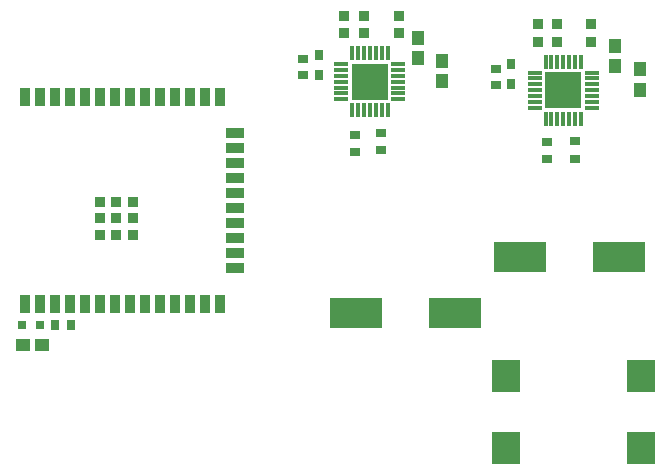
<source format=gbr>
%TF.GenerationSoftware,Altium Limited,Altium Designer,22.10.1 (41)*%
G04 Layer_Color=8421504*
%FSLAX45Y45*%
%MOMM*%
%TF.SameCoordinates,C9E4A285-3493-4599-8121-F693CE24ADE7*%
%TF.FilePolarity,Positive*%
%TF.FileFunction,Paste,Top*%
%TF.Part,Single*%
G01*
G75*
%TA.AperFunction,BGAPad,CuDef*%
%ADD10R,0.90000X0.90000*%
%TA.AperFunction,SMDPad,CuDef*%
%ADD11R,0.90000X1.50000*%
%ADD12R,1.50000X0.90000*%
%ADD13R,0.80000X0.90000*%
%ADD14R,3.15000X3.15000*%
%ADD15R,0.30000X1.15000*%
%ADD16R,1.15000X0.30000*%
%ADD17R,0.90000X0.70000*%
%ADD18R,1.25814X1.01213*%
%ADD19R,0.80000X0.75000*%
%ADD20R,0.65872X0.81213*%
%ADD21R,4.40000X2.50000*%
%ADD22R,0.81213X0.65872*%
%ADD23R,0.96213X0.86370*%
%ADD24R,2.40000X2.80000*%
%ADD25R,1.10000X1.25000*%
%ADD26R,0.91213X0.95872*%
D10*
X1409100Y2667000D02*
D03*
X1549100D02*
D03*
X1689100D02*
D03*
Y2387000D02*
D03*
X1549100D02*
D03*
X1409100D02*
D03*
X1689100Y2527000D02*
D03*
X1549100D02*
D03*
X1409100D02*
D03*
D11*
X777100Y3552000D02*
D03*
X904100D02*
D03*
X1031100D02*
D03*
X1158100D02*
D03*
X1285100D02*
D03*
X1412100D02*
D03*
X1539100D02*
D03*
X1666100D02*
D03*
X1793100D02*
D03*
X1920100D02*
D03*
X2047100D02*
D03*
X2174100D02*
D03*
X2301100D02*
D03*
X2428100D02*
D03*
Y1802000D02*
D03*
X2301100D02*
D03*
X2174100D02*
D03*
X2047100D02*
D03*
X1920100D02*
D03*
X1793100D02*
D03*
X1666100D02*
D03*
X1539100D02*
D03*
X1412100D02*
D03*
X1285100D02*
D03*
X1158100D02*
D03*
X1031100D02*
D03*
X777100D02*
D03*
X904100D02*
D03*
D12*
X2553100Y3248500D02*
D03*
Y3121500D02*
D03*
Y2994500D02*
D03*
Y2867500D02*
D03*
Y2740500D02*
D03*
Y2613500D02*
D03*
Y2486500D02*
D03*
Y2359500D02*
D03*
Y2232500D02*
D03*
Y2105500D02*
D03*
D13*
X4889500Y3661500D02*
D03*
Y3831500D02*
D03*
X3266440Y3735160D02*
D03*
Y3905160D02*
D03*
D14*
X5334000Y3610000D02*
D03*
X3695700Y3683000D02*
D03*
D15*
X5484000Y3370000D02*
D03*
X5434000D02*
D03*
X5384000D02*
D03*
X5334000D02*
D03*
X5284000D02*
D03*
X5234000D02*
D03*
X5184000D02*
D03*
Y3850000D02*
D03*
X5234000D02*
D03*
X5284000D02*
D03*
X5334000D02*
D03*
X5384000D02*
D03*
X5434000D02*
D03*
X5484000D02*
D03*
X3845700Y3923000D02*
D03*
X3795700D02*
D03*
X3745700D02*
D03*
X3695700D02*
D03*
X3645700D02*
D03*
X3595700D02*
D03*
X3545700D02*
D03*
Y3443000D02*
D03*
X3595700D02*
D03*
X3645700D02*
D03*
X3695700D02*
D03*
X3745700D02*
D03*
X3795700D02*
D03*
X3845700D02*
D03*
D16*
X5094000Y3460000D02*
D03*
Y3510000D02*
D03*
Y3560000D02*
D03*
Y3610000D02*
D03*
Y3660000D02*
D03*
Y3710000D02*
D03*
Y3760000D02*
D03*
X5574000D02*
D03*
Y3710000D02*
D03*
Y3660000D02*
D03*
Y3610000D02*
D03*
Y3560000D02*
D03*
Y3510000D02*
D03*
Y3460000D02*
D03*
X3935700Y3533000D02*
D03*
Y3583000D02*
D03*
Y3633000D02*
D03*
Y3683000D02*
D03*
Y3733000D02*
D03*
Y3783000D02*
D03*
Y3833000D02*
D03*
X3455700D02*
D03*
Y3783000D02*
D03*
Y3733000D02*
D03*
Y3683000D02*
D03*
Y3633000D02*
D03*
Y3583000D02*
D03*
Y3533000D02*
D03*
D17*
X5435600Y3176340D02*
D03*
Y3026340D02*
D03*
X5199380Y3023800D02*
D03*
Y3173800D02*
D03*
X3571240Y3234760D02*
D03*
Y3084760D02*
D03*
X3794760Y3100000D02*
D03*
Y3250000D02*
D03*
D18*
X918439Y1455420D02*
D03*
X763041D02*
D03*
D19*
X900500Y1623060D02*
D03*
X750500D02*
D03*
D20*
X1164951D02*
D03*
X1029609D02*
D03*
D21*
X4964800Y2197100D02*
D03*
X5804800D02*
D03*
X3580500Y1727200D02*
D03*
X4420500D02*
D03*
D22*
X4762500Y3658509D02*
D03*
Y3793851D02*
D03*
X3126740Y3872591D02*
D03*
Y3737249D02*
D03*
D23*
X5283200Y4167419D02*
D03*
Y4021541D02*
D03*
X5118100D02*
D03*
Y4167419D02*
D03*
X3644900Y4092661D02*
D03*
Y4238539D02*
D03*
X3479800Y4092661D02*
D03*
Y4238539D02*
D03*
D24*
X5990000Y1190000D02*
D03*
X4850000D02*
D03*
X5990000Y580000D02*
D03*
X4850000D02*
D03*
D25*
X4310000Y3855000D02*
D03*
Y3685000D02*
D03*
X4100000Y3885000D02*
D03*
Y4055000D02*
D03*
X5986780Y3785780D02*
D03*
Y3615780D02*
D03*
X5768340Y3816440D02*
D03*
Y3986440D02*
D03*
D26*
X3939540Y4090389D02*
D03*
Y4235731D02*
D03*
X5572760Y4021809D02*
D03*
Y4167151D02*
D03*
%TF.MD5,a30459d140eff09473d2749d03eb8d9d*%
M02*

</source>
